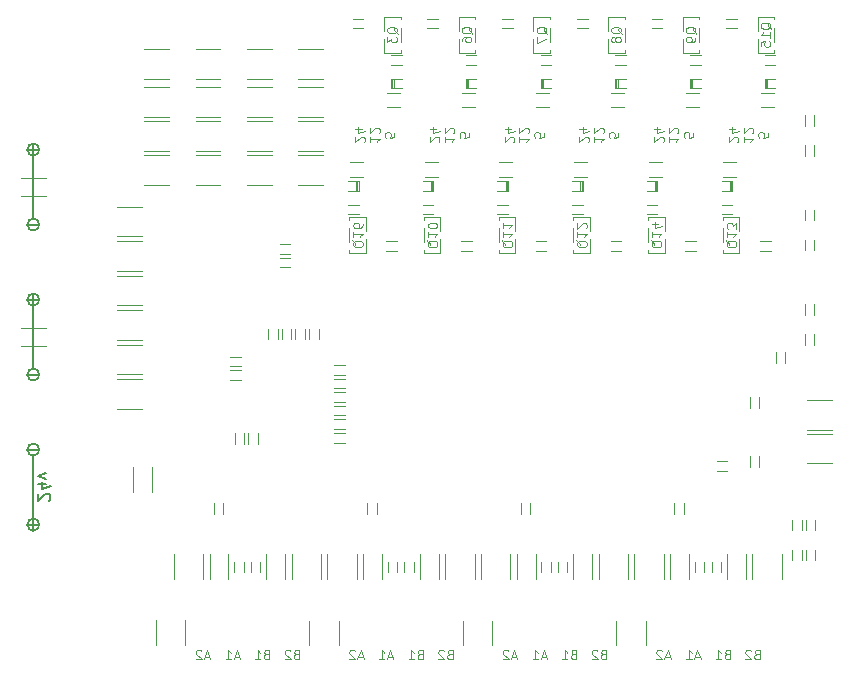
<source format=gbr>
G04 #@! TF.GenerationSoftware,KiCad,Pcbnew,5.1.2*
G04 #@! TF.CreationDate,2019-08-04T16:28:24+02:00*
G04 #@! TF.ProjectId,c3dpb,63336470-622e-46b6-9963-61645f706362,rev?*
G04 #@! TF.SameCoordinates,Original*
G04 #@! TF.FileFunction,Legend,Bot*
G04 #@! TF.FilePolarity,Positive*
%FSLAX46Y46*%
G04 Gerber Fmt 4.6, Leading zero omitted, Abs format (unit mm)*
G04 Created by KiCad (PCBNEW 5.1.2) date 2019-08-04 16:28:24*
%MOMM*%
%LPD*%
G04 APERTURE LIST*
%ADD10C,0.100000*%
%ADD11C,0.150000*%
G04 APERTURE END LIST*
D10*
X164511904Y-60959523D02*
X164550000Y-60921428D01*
X164588095Y-60845238D01*
X164588095Y-60654761D01*
X164550000Y-60578571D01*
X164511904Y-60540476D01*
X164435714Y-60502380D01*
X164359523Y-60502380D01*
X164245238Y-60540476D01*
X163788095Y-60997619D01*
X163788095Y-60502380D01*
X164321428Y-59816666D02*
X163788095Y-59816666D01*
X164626190Y-60007142D02*
X164054761Y-60197619D01*
X164054761Y-59702380D01*
X165038095Y-60502380D02*
X165038095Y-60959523D01*
X165038095Y-60730952D02*
X165838095Y-60730952D01*
X165723809Y-60807142D01*
X165647619Y-60883333D01*
X165609523Y-60959523D01*
X165761904Y-60197619D02*
X165800000Y-60159523D01*
X165838095Y-60083333D01*
X165838095Y-59892857D01*
X165800000Y-59816666D01*
X165761904Y-59778571D01*
X165685714Y-59740476D01*
X165609523Y-59740476D01*
X165495238Y-59778571D01*
X165038095Y-60235714D01*
X165038095Y-59740476D01*
X167088095Y-60159523D02*
X167088095Y-60540476D01*
X166707142Y-60578571D01*
X166745238Y-60540476D01*
X166783333Y-60464285D01*
X166783333Y-60273809D01*
X166745238Y-60197619D01*
X166707142Y-60159523D01*
X166630952Y-60121428D01*
X166440476Y-60121428D01*
X166364285Y-60159523D01*
X166326190Y-60197619D01*
X166288095Y-60273809D01*
X166288095Y-60464285D01*
X166326190Y-60540476D01*
X166364285Y-60578571D01*
X160763095Y-60159523D02*
X160763095Y-60540476D01*
X160382142Y-60578571D01*
X160420238Y-60540476D01*
X160458333Y-60464285D01*
X160458333Y-60273809D01*
X160420238Y-60197619D01*
X160382142Y-60159523D01*
X160305952Y-60121428D01*
X160115476Y-60121428D01*
X160039285Y-60159523D01*
X160001190Y-60197619D01*
X159963095Y-60273809D01*
X159963095Y-60464285D01*
X160001190Y-60540476D01*
X160039285Y-60578571D01*
X158186904Y-60959523D02*
X158225000Y-60921428D01*
X158263095Y-60845238D01*
X158263095Y-60654761D01*
X158225000Y-60578571D01*
X158186904Y-60540476D01*
X158110714Y-60502380D01*
X158034523Y-60502380D01*
X157920238Y-60540476D01*
X157463095Y-60997619D01*
X157463095Y-60502380D01*
X157996428Y-59816666D02*
X157463095Y-59816666D01*
X158301190Y-60007142D02*
X157729761Y-60197619D01*
X157729761Y-59702380D01*
X158713095Y-60502380D02*
X158713095Y-60959523D01*
X158713095Y-60730952D02*
X159513095Y-60730952D01*
X159398809Y-60807142D01*
X159322619Y-60883333D01*
X159284523Y-60959523D01*
X159436904Y-60197619D02*
X159475000Y-60159523D01*
X159513095Y-60083333D01*
X159513095Y-59892857D01*
X159475000Y-59816666D01*
X159436904Y-59778571D01*
X159360714Y-59740476D01*
X159284523Y-59740476D01*
X159170238Y-59778571D01*
X158713095Y-60235714D01*
X158713095Y-59740476D01*
X154438095Y-60159523D02*
X154438095Y-60540476D01*
X154057142Y-60578571D01*
X154095238Y-60540476D01*
X154133333Y-60464285D01*
X154133333Y-60273809D01*
X154095238Y-60197619D01*
X154057142Y-60159523D01*
X153980952Y-60121428D01*
X153790476Y-60121428D01*
X153714285Y-60159523D01*
X153676190Y-60197619D01*
X153638095Y-60273809D01*
X153638095Y-60464285D01*
X153676190Y-60540476D01*
X153714285Y-60578571D01*
X152388095Y-60502380D02*
X152388095Y-60959523D01*
X152388095Y-60730952D02*
X153188095Y-60730952D01*
X153073809Y-60807142D01*
X152997619Y-60883333D01*
X152959523Y-60959523D01*
X153111904Y-60197619D02*
X153150000Y-60159523D01*
X153188095Y-60083333D01*
X153188095Y-59892857D01*
X153150000Y-59816666D01*
X153111904Y-59778571D01*
X153035714Y-59740476D01*
X152959523Y-59740476D01*
X152845238Y-59778571D01*
X152388095Y-60235714D01*
X152388095Y-59740476D01*
X151861904Y-60959523D02*
X151900000Y-60921428D01*
X151938095Y-60845238D01*
X151938095Y-60654761D01*
X151900000Y-60578571D01*
X151861904Y-60540476D01*
X151785714Y-60502380D01*
X151709523Y-60502380D01*
X151595238Y-60540476D01*
X151138095Y-60997619D01*
X151138095Y-60502380D01*
X151671428Y-59816666D02*
X151138095Y-59816666D01*
X151976190Y-60007142D02*
X151404761Y-60197619D01*
X151404761Y-59702380D01*
X148113095Y-60159523D02*
X148113095Y-60540476D01*
X147732142Y-60578571D01*
X147770238Y-60540476D01*
X147808333Y-60464285D01*
X147808333Y-60273809D01*
X147770238Y-60197619D01*
X147732142Y-60159523D01*
X147655952Y-60121428D01*
X147465476Y-60121428D01*
X147389285Y-60159523D01*
X147351190Y-60197619D01*
X147313095Y-60273809D01*
X147313095Y-60464285D01*
X147351190Y-60540476D01*
X147389285Y-60578571D01*
X145536904Y-60959523D02*
X145575000Y-60921428D01*
X145613095Y-60845238D01*
X145613095Y-60654761D01*
X145575000Y-60578571D01*
X145536904Y-60540476D01*
X145460714Y-60502380D01*
X145384523Y-60502380D01*
X145270238Y-60540476D01*
X144813095Y-60997619D01*
X144813095Y-60502380D01*
X145346428Y-59816666D02*
X144813095Y-59816666D01*
X145651190Y-60007142D02*
X145079761Y-60197619D01*
X145079761Y-59702380D01*
X146063095Y-60502380D02*
X146063095Y-60959523D01*
X146063095Y-60730952D02*
X146863095Y-60730952D01*
X146748809Y-60807142D01*
X146672619Y-60883333D01*
X146634523Y-60959523D01*
X146786904Y-60197619D02*
X146825000Y-60159523D01*
X146863095Y-60083333D01*
X146863095Y-59892857D01*
X146825000Y-59816666D01*
X146786904Y-59778571D01*
X146710714Y-59740476D01*
X146634523Y-59740476D01*
X146520238Y-59778571D01*
X146063095Y-60235714D01*
X146063095Y-59740476D01*
X141788095Y-60159523D02*
X141788095Y-60540476D01*
X141407142Y-60578571D01*
X141445238Y-60540476D01*
X141483333Y-60464285D01*
X141483333Y-60273809D01*
X141445238Y-60197619D01*
X141407142Y-60159523D01*
X141330952Y-60121428D01*
X141140476Y-60121428D01*
X141064285Y-60159523D01*
X141026190Y-60197619D01*
X140988095Y-60273809D01*
X140988095Y-60464285D01*
X141026190Y-60540476D01*
X141064285Y-60578571D01*
X139211904Y-60959523D02*
X139250000Y-60921428D01*
X139288095Y-60845238D01*
X139288095Y-60654761D01*
X139250000Y-60578571D01*
X139211904Y-60540476D01*
X139135714Y-60502380D01*
X139059523Y-60502380D01*
X138945238Y-60540476D01*
X138488095Y-60997619D01*
X138488095Y-60502380D01*
X139021428Y-59816666D02*
X138488095Y-59816666D01*
X139326190Y-60007142D02*
X138754761Y-60197619D01*
X138754761Y-59702380D01*
X139738095Y-60502380D02*
X139738095Y-60959523D01*
X139738095Y-60730952D02*
X140538095Y-60730952D01*
X140423809Y-60807142D01*
X140347619Y-60883333D01*
X140309523Y-60959523D01*
X140461904Y-60197619D02*
X140500000Y-60159523D01*
X140538095Y-60083333D01*
X140538095Y-59892857D01*
X140500000Y-59816666D01*
X140461904Y-59778571D01*
X140385714Y-59740476D01*
X140309523Y-59740476D01*
X140195238Y-59778571D01*
X139738095Y-60235714D01*
X139738095Y-59740476D01*
X133413095Y-60502380D02*
X133413095Y-60959523D01*
X133413095Y-60730952D02*
X134213095Y-60730952D01*
X134098809Y-60807142D01*
X134022619Y-60883333D01*
X133984523Y-60959523D01*
X134136904Y-60197619D02*
X134175000Y-60159523D01*
X134213095Y-60083333D01*
X134213095Y-59892857D01*
X134175000Y-59816666D01*
X134136904Y-59778571D01*
X134060714Y-59740476D01*
X133984523Y-59740476D01*
X133870238Y-59778571D01*
X133413095Y-60235714D01*
X133413095Y-59740476D01*
X135463095Y-60159523D02*
X135463095Y-60540476D01*
X135082142Y-60578571D01*
X135120238Y-60540476D01*
X135158333Y-60464285D01*
X135158333Y-60273809D01*
X135120238Y-60197619D01*
X135082142Y-60159523D01*
X135005952Y-60121428D01*
X134815476Y-60121428D01*
X134739285Y-60159523D01*
X134701190Y-60197619D01*
X134663095Y-60273809D01*
X134663095Y-60464285D01*
X134701190Y-60540476D01*
X134739285Y-60578571D01*
X132886904Y-60959523D02*
X132925000Y-60921428D01*
X132963095Y-60845238D01*
X132963095Y-60654761D01*
X132925000Y-60578571D01*
X132886904Y-60540476D01*
X132810714Y-60502380D01*
X132734523Y-60502380D01*
X132620238Y-60540476D01*
X132163095Y-60997619D01*
X132163095Y-60502380D01*
X132696428Y-59816666D02*
X132163095Y-59816666D01*
X133001190Y-60007142D02*
X132429761Y-60197619D01*
X132429761Y-59702380D01*
X158796428Y-104527333D02*
X158415476Y-104527333D01*
X158872619Y-104755904D02*
X158605952Y-103955904D01*
X158339285Y-104755904D01*
X158110714Y-104032095D02*
X158072619Y-103994000D01*
X157996428Y-103955904D01*
X157805952Y-103955904D01*
X157729761Y-103994000D01*
X157691666Y-104032095D01*
X157653571Y-104108285D01*
X157653571Y-104184476D01*
X157691666Y-104298761D01*
X158148809Y-104755904D01*
X157653571Y-104755904D01*
X163623809Y-104336857D02*
X163509523Y-104374952D01*
X163471428Y-104413047D01*
X163433333Y-104489238D01*
X163433333Y-104603523D01*
X163471428Y-104679714D01*
X163509523Y-104717809D01*
X163585714Y-104755904D01*
X163890476Y-104755904D01*
X163890476Y-103955904D01*
X163623809Y-103955904D01*
X163547619Y-103994000D01*
X163509523Y-104032095D01*
X163471428Y-104108285D01*
X163471428Y-104184476D01*
X163509523Y-104260666D01*
X163547619Y-104298761D01*
X163623809Y-104336857D01*
X163890476Y-104336857D01*
X162671428Y-104755904D02*
X163128571Y-104755904D01*
X162900000Y-104755904D02*
X162900000Y-103955904D01*
X162976190Y-104070190D01*
X163052380Y-104146380D01*
X163128571Y-104184476D01*
X166148809Y-104336857D02*
X166034523Y-104374952D01*
X165996428Y-104413047D01*
X165958333Y-104489238D01*
X165958333Y-104603523D01*
X165996428Y-104679714D01*
X166034523Y-104717809D01*
X166110714Y-104755904D01*
X166415476Y-104755904D01*
X166415476Y-103955904D01*
X166148809Y-103955904D01*
X166072619Y-103994000D01*
X166034523Y-104032095D01*
X165996428Y-104108285D01*
X165996428Y-104184476D01*
X166034523Y-104260666D01*
X166072619Y-104298761D01*
X166148809Y-104336857D01*
X166415476Y-104336857D01*
X165653571Y-104032095D02*
X165615476Y-103994000D01*
X165539285Y-103955904D01*
X165348809Y-103955904D01*
X165272619Y-103994000D01*
X165234523Y-104032095D01*
X165196428Y-104108285D01*
X165196428Y-104184476D01*
X165234523Y-104298761D01*
X165691666Y-104755904D01*
X165196428Y-104755904D01*
X161321428Y-104527333D02*
X160940476Y-104527333D01*
X161397619Y-104755904D02*
X161130952Y-103955904D01*
X160864285Y-104755904D01*
X160178571Y-104755904D02*
X160635714Y-104755904D01*
X160407142Y-104755904D02*
X160407142Y-103955904D01*
X160483333Y-104070190D01*
X160559523Y-104146380D01*
X160635714Y-104184476D01*
X153148809Y-104336857D02*
X153034523Y-104374952D01*
X152996428Y-104413047D01*
X152958333Y-104489238D01*
X152958333Y-104603523D01*
X152996428Y-104679714D01*
X153034523Y-104717809D01*
X153110714Y-104755904D01*
X153415476Y-104755904D01*
X153415476Y-103955904D01*
X153148809Y-103955904D01*
X153072619Y-103994000D01*
X153034523Y-104032095D01*
X152996428Y-104108285D01*
X152996428Y-104184476D01*
X153034523Y-104260666D01*
X153072619Y-104298761D01*
X153148809Y-104336857D01*
X153415476Y-104336857D01*
X152653571Y-104032095D02*
X152615476Y-103994000D01*
X152539285Y-103955904D01*
X152348809Y-103955904D01*
X152272619Y-103994000D01*
X152234523Y-104032095D01*
X152196428Y-104108285D01*
X152196428Y-104184476D01*
X152234523Y-104298761D01*
X152691666Y-104755904D01*
X152196428Y-104755904D01*
X145796428Y-104527333D02*
X145415476Y-104527333D01*
X145872619Y-104755904D02*
X145605952Y-103955904D01*
X145339285Y-104755904D01*
X145110714Y-104032095D02*
X145072619Y-103994000D01*
X144996428Y-103955904D01*
X144805952Y-103955904D01*
X144729761Y-103994000D01*
X144691666Y-104032095D01*
X144653571Y-104108285D01*
X144653571Y-104184476D01*
X144691666Y-104298761D01*
X145148809Y-104755904D01*
X144653571Y-104755904D01*
X150623809Y-104336857D02*
X150509523Y-104374952D01*
X150471428Y-104413047D01*
X150433333Y-104489238D01*
X150433333Y-104603523D01*
X150471428Y-104679714D01*
X150509523Y-104717809D01*
X150585714Y-104755904D01*
X150890476Y-104755904D01*
X150890476Y-103955904D01*
X150623809Y-103955904D01*
X150547619Y-103994000D01*
X150509523Y-104032095D01*
X150471428Y-104108285D01*
X150471428Y-104184476D01*
X150509523Y-104260666D01*
X150547619Y-104298761D01*
X150623809Y-104336857D01*
X150890476Y-104336857D01*
X149671428Y-104755904D02*
X150128571Y-104755904D01*
X149900000Y-104755904D02*
X149900000Y-103955904D01*
X149976190Y-104070190D01*
X150052380Y-104146380D01*
X150128571Y-104184476D01*
X148321428Y-104527333D02*
X147940476Y-104527333D01*
X148397619Y-104755904D02*
X148130952Y-103955904D01*
X147864285Y-104755904D01*
X147178571Y-104755904D02*
X147635714Y-104755904D01*
X147407142Y-104755904D02*
X147407142Y-103955904D01*
X147483333Y-104070190D01*
X147559523Y-104146380D01*
X147635714Y-104184476D01*
X132796428Y-104527333D02*
X132415476Y-104527333D01*
X132872619Y-104755904D02*
X132605952Y-103955904D01*
X132339285Y-104755904D01*
X132110714Y-104032095D02*
X132072619Y-103994000D01*
X131996428Y-103955904D01*
X131805952Y-103955904D01*
X131729761Y-103994000D01*
X131691666Y-104032095D01*
X131653571Y-104108285D01*
X131653571Y-104184476D01*
X131691666Y-104298761D01*
X132148809Y-104755904D01*
X131653571Y-104755904D01*
X135321428Y-104527333D02*
X134940476Y-104527333D01*
X135397619Y-104755904D02*
X135130952Y-103955904D01*
X134864285Y-104755904D01*
X134178571Y-104755904D02*
X134635714Y-104755904D01*
X134407142Y-104755904D02*
X134407142Y-103955904D01*
X134483333Y-104070190D01*
X134559523Y-104146380D01*
X134635714Y-104184476D01*
X137623809Y-104336857D02*
X137509523Y-104374952D01*
X137471428Y-104413047D01*
X137433333Y-104489238D01*
X137433333Y-104603523D01*
X137471428Y-104679714D01*
X137509523Y-104717809D01*
X137585714Y-104755904D01*
X137890476Y-104755904D01*
X137890476Y-103955904D01*
X137623809Y-103955904D01*
X137547619Y-103994000D01*
X137509523Y-104032095D01*
X137471428Y-104108285D01*
X137471428Y-104184476D01*
X137509523Y-104260666D01*
X137547619Y-104298761D01*
X137623809Y-104336857D01*
X137890476Y-104336857D01*
X136671428Y-104755904D02*
X137128571Y-104755904D01*
X136900000Y-104755904D02*
X136900000Y-103955904D01*
X136976190Y-104070190D01*
X137052380Y-104146380D01*
X137128571Y-104184476D01*
X140148809Y-104336857D02*
X140034523Y-104374952D01*
X139996428Y-104413047D01*
X139958333Y-104489238D01*
X139958333Y-104603523D01*
X139996428Y-104679714D01*
X140034523Y-104717809D01*
X140110714Y-104755904D01*
X140415476Y-104755904D01*
X140415476Y-103955904D01*
X140148809Y-103955904D01*
X140072619Y-103994000D01*
X140034523Y-104032095D01*
X139996428Y-104108285D01*
X139996428Y-104184476D01*
X140034523Y-104260666D01*
X140072619Y-104298761D01*
X140148809Y-104336857D01*
X140415476Y-104336857D01*
X139653571Y-104032095D02*
X139615476Y-103994000D01*
X139539285Y-103955904D01*
X139348809Y-103955904D01*
X139272619Y-103994000D01*
X139234523Y-104032095D01*
X139196428Y-104108285D01*
X139196428Y-104184476D01*
X139234523Y-104298761D01*
X139691666Y-104755904D01*
X139196428Y-104755904D01*
X127148809Y-104336857D02*
X127034523Y-104374952D01*
X126996428Y-104413047D01*
X126958333Y-104489238D01*
X126958333Y-104603523D01*
X126996428Y-104679714D01*
X127034523Y-104717809D01*
X127110714Y-104755904D01*
X127415476Y-104755904D01*
X127415476Y-103955904D01*
X127148809Y-103955904D01*
X127072619Y-103994000D01*
X127034523Y-104032095D01*
X126996428Y-104108285D01*
X126996428Y-104184476D01*
X127034523Y-104260666D01*
X127072619Y-104298761D01*
X127148809Y-104336857D01*
X127415476Y-104336857D01*
X126653571Y-104032095D02*
X126615476Y-103994000D01*
X126539285Y-103955904D01*
X126348809Y-103955904D01*
X126272619Y-103994000D01*
X126234523Y-104032095D01*
X126196428Y-104108285D01*
X126196428Y-104184476D01*
X126234523Y-104298761D01*
X126691666Y-104755904D01*
X126196428Y-104755904D01*
X124623809Y-104336857D02*
X124509523Y-104374952D01*
X124471428Y-104413047D01*
X124433333Y-104489238D01*
X124433333Y-104603523D01*
X124471428Y-104679714D01*
X124509523Y-104717809D01*
X124585714Y-104755904D01*
X124890476Y-104755904D01*
X124890476Y-103955904D01*
X124623809Y-103955904D01*
X124547619Y-103994000D01*
X124509523Y-104032095D01*
X124471428Y-104108285D01*
X124471428Y-104184476D01*
X124509523Y-104260666D01*
X124547619Y-104298761D01*
X124623809Y-104336857D01*
X124890476Y-104336857D01*
X123671428Y-104755904D02*
X124128571Y-104755904D01*
X123900000Y-104755904D02*
X123900000Y-103955904D01*
X123976190Y-104070190D01*
X124052380Y-104146380D01*
X124128571Y-104184476D01*
X122321428Y-104527333D02*
X121940476Y-104527333D01*
X122397619Y-104755904D02*
X122130952Y-103955904D01*
X121864285Y-104755904D01*
X121178571Y-104755904D02*
X121635714Y-104755904D01*
X121407142Y-104755904D02*
X121407142Y-103955904D01*
X121483333Y-104070190D01*
X121559523Y-104146380D01*
X121635714Y-104184476D01*
X119796428Y-104527333D02*
X119415476Y-104527333D01*
X119872619Y-104755904D02*
X119605952Y-103955904D01*
X119339285Y-104755904D01*
X119110714Y-104032095D02*
X119072619Y-103994000D01*
X118996428Y-103955904D01*
X118805952Y-103955904D01*
X118729761Y-103994000D01*
X118691666Y-104032095D01*
X118653571Y-104108285D01*
X118653571Y-104184476D01*
X118691666Y-104298761D01*
X119148809Y-104755904D01*
X118653571Y-104755904D01*
D11*
X106243380Y-91312857D02*
X106291000Y-91265238D01*
X106338619Y-91170000D01*
X106338619Y-90931904D01*
X106291000Y-90836666D01*
X106243380Y-90789047D01*
X106148142Y-90741428D01*
X106052904Y-90741428D01*
X105910047Y-90789047D01*
X105338619Y-91360476D01*
X105338619Y-90741428D01*
X106005285Y-89884285D02*
X105338619Y-89884285D01*
X106386238Y-90122380D02*
X105671952Y-90360476D01*
X105671952Y-89741428D01*
X106005285Y-89455714D02*
X105338619Y-89217619D01*
X106005285Y-88979523D01*
X104902000Y-92837000D02*
X104902000Y-93853000D01*
X105410000Y-86995000D02*
X104394000Y-86995000D01*
X105410000Y-93345000D02*
X104394000Y-93345000D01*
X104902000Y-92837000D02*
X104902000Y-87503000D01*
X105410000Y-86995000D02*
G75*
G03X105410000Y-86995000I-508000J0D01*
G01*
X104394000Y-86995000D02*
X104902000Y-86995000D01*
X105410000Y-93345000D02*
G75*
G03X105410000Y-93345000I-508000J0D01*
G01*
X104902000Y-61087000D02*
X104902000Y-62103000D01*
X105410000Y-67945000D02*
X104394000Y-67945000D01*
X104902000Y-67437000D02*
X104902000Y-62103000D01*
X105410000Y-61595000D02*
G75*
G03X105410000Y-61595000I-508000J0D01*
G01*
X104902000Y-61595000D02*
X104902000Y-61087000D01*
X104394000Y-61595000D02*
X104902000Y-61595000D01*
X105410000Y-67945000D02*
G75*
G03X105410000Y-67945000I-508000J0D01*
G01*
X105410000Y-61595000D02*
X104394000Y-61595000D01*
X104902000Y-80137000D02*
X104902000Y-74803000D01*
X105410000Y-80645000D02*
G75*
G03X105410000Y-80645000I-508000J0D01*
G01*
X105410000Y-74295000D02*
G75*
G03X105410000Y-74295000I-508000J0D01*
G01*
X104902000Y-73787000D02*
X104902000Y-74803000D01*
X104902000Y-74295000D02*
X104902000Y-73787000D01*
X104394000Y-74295000D02*
X104902000Y-74295000D01*
X105410000Y-74295000D02*
X104394000Y-74295000D01*
X105410000Y-80645000D02*
X104394000Y-80645000D01*
D10*
X168575000Y-79675000D02*
X168575000Y-78775000D01*
X167775000Y-78775000D02*
X167775000Y-79675000D01*
X172525000Y-82825000D02*
X170425000Y-82825000D01*
X170425000Y-85325000D02*
X172525000Y-85325000D01*
X172525000Y-85675000D02*
X170425000Y-85675000D01*
X170425000Y-88175000D02*
X172525000Y-88175000D01*
X126750000Y-77650000D02*
X126750000Y-76750000D01*
X125950000Y-76750000D02*
X125950000Y-77650000D01*
X127900000Y-77650000D02*
X127900000Y-76750000D01*
X127100000Y-76750000D02*
X127100000Y-77650000D01*
X129050000Y-77650000D02*
X129050000Y-76750000D01*
X128250000Y-76750000D02*
X128250000Y-77650000D01*
X125600000Y-77650000D02*
X125600000Y-76750000D01*
X124800000Y-76750000D02*
X124800000Y-77650000D01*
X130400000Y-84100000D02*
X131300000Y-84100000D01*
X131300000Y-83300000D02*
X130400000Y-83300000D01*
X130400000Y-82950000D02*
X131300000Y-82950000D01*
X131300000Y-82150000D02*
X130400000Y-82150000D01*
X159175000Y-91525000D02*
X159175000Y-92425000D01*
X159975000Y-92425000D02*
X159975000Y-91525000D01*
X146175000Y-91525000D02*
X146175000Y-92425000D01*
X146975000Y-92425000D02*
X146975000Y-91525000D01*
X133175000Y-91525000D02*
X133175000Y-92425000D01*
X133975000Y-92425000D02*
X133975000Y-91525000D01*
X120175000Y-91525000D02*
X120175000Y-92425000D01*
X120975000Y-92425000D02*
X120975000Y-91525000D01*
X114080000Y-69362000D02*
X111980000Y-69362000D01*
X111980000Y-71862000D02*
X114080000Y-71862000D01*
X114080000Y-72283000D02*
X111980000Y-72283000D01*
X111980000Y-74783000D02*
X114080000Y-74783000D01*
X131550000Y-67075000D02*
X132450000Y-67075000D01*
X132450000Y-66275000D02*
X131550000Y-66275000D01*
X135700000Y-69375000D02*
X134800000Y-69375000D01*
X134800000Y-70175000D02*
X135700000Y-70175000D01*
X167725000Y-53625000D02*
X166825000Y-53625000D01*
X166825000Y-54425000D02*
X167725000Y-54425000D01*
X163575000Y-51325000D02*
X164475000Y-51325000D01*
X164475000Y-50525000D02*
X163575000Y-50525000D01*
X131650000Y-70125000D02*
X131650000Y-70345000D01*
X133050000Y-68475000D02*
X133050000Y-67305000D01*
X131650000Y-69425000D02*
X131650000Y-68225000D01*
X131650000Y-67305000D02*
X133050000Y-67305000D01*
X133050000Y-70345000D02*
X133050000Y-69175000D01*
X131650000Y-70345000D02*
X133050000Y-70345000D01*
X131650000Y-67525000D02*
X131650000Y-67325000D01*
X167625000Y-50575000D02*
X167625000Y-50355000D01*
X166225000Y-52225000D02*
X166225000Y-53395000D01*
X167625000Y-51275000D02*
X167625000Y-52475000D01*
X167625000Y-53395000D02*
X166225000Y-53395000D01*
X166225000Y-50355000D02*
X166225000Y-51525000D01*
X167625000Y-50355000D02*
X166225000Y-50355000D01*
X167625000Y-53175000D02*
X167625000Y-53375000D01*
X132450000Y-64275000D02*
X131550000Y-64275000D01*
X131550000Y-65075000D02*
X132450000Y-65075000D01*
X132450000Y-64275000D02*
X132450000Y-65075000D01*
X132350000Y-64275000D02*
X132350000Y-65075000D01*
X132250000Y-64275000D02*
X132250000Y-65075000D01*
X166825000Y-56425000D02*
X167725000Y-56425000D01*
X167725000Y-55625000D02*
X166825000Y-55625000D01*
X166825000Y-56425000D02*
X166825000Y-55625000D01*
X166925000Y-56425000D02*
X166925000Y-55625000D01*
X167025000Y-56425000D02*
X167025000Y-55625000D01*
X132800000Y-62675000D02*
X131700000Y-62675000D01*
X131700000Y-63925000D02*
X132800000Y-63925000D01*
X166475000Y-58025000D02*
X167575000Y-58025000D01*
X167575000Y-56775000D02*
X166475000Y-56775000D01*
X156850000Y-67075000D02*
X157750000Y-67075000D01*
X157750000Y-66275000D02*
X156850000Y-66275000D01*
X161000000Y-69375000D02*
X160100000Y-69375000D01*
X160100000Y-70175000D02*
X161000000Y-70175000D01*
X163175000Y-67075000D02*
X164075000Y-67075000D01*
X164075000Y-66275000D02*
X163175000Y-66275000D01*
X167325000Y-69375000D02*
X166425000Y-69375000D01*
X166425000Y-70175000D02*
X167325000Y-70175000D01*
X150525000Y-67075000D02*
X151425000Y-67075000D01*
X151425000Y-66275000D02*
X150525000Y-66275000D01*
X154675000Y-69375000D02*
X153775000Y-69375000D01*
X153775000Y-70175000D02*
X154675000Y-70175000D01*
X144200000Y-67075000D02*
X145100000Y-67075000D01*
X145100000Y-66275000D02*
X144200000Y-66275000D01*
X148350000Y-69375000D02*
X147450000Y-69375000D01*
X147450000Y-70175000D02*
X148350000Y-70175000D01*
X137875000Y-67075000D02*
X138775000Y-67075000D01*
X138775000Y-66275000D02*
X137875000Y-66275000D01*
X142025000Y-69375000D02*
X141125000Y-69375000D01*
X141125000Y-70175000D02*
X142025000Y-70175000D01*
X161400000Y-53625000D02*
X160500000Y-53625000D01*
X160500000Y-54425000D02*
X161400000Y-54425000D01*
X157250000Y-51325000D02*
X158150000Y-51325000D01*
X158150000Y-50525000D02*
X157250000Y-50525000D01*
X155075000Y-53625000D02*
X154175000Y-53625000D01*
X154175000Y-54425000D02*
X155075000Y-54425000D01*
X150925000Y-51325000D02*
X151825000Y-51325000D01*
X151825000Y-50525000D02*
X150925000Y-50525000D01*
X148750000Y-53625000D02*
X147850000Y-53625000D01*
X147850000Y-54425000D02*
X148750000Y-54425000D01*
X144600000Y-51325000D02*
X145500000Y-51325000D01*
X145500000Y-50525000D02*
X144600000Y-50525000D01*
X142425000Y-53625000D02*
X141525000Y-53625000D01*
X141525000Y-54425000D02*
X142425000Y-54425000D01*
X138275000Y-51325000D02*
X139175000Y-51325000D01*
X139175000Y-50525000D02*
X138275000Y-50525000D01*
X136100000Y-53625000D02*
X135200000Y-53625000D01*
X135200000Y-54425000D02*
X136100000Y-54425000D01*
X131950000Y-51325000D02*
X132850000Y-51325000D01*
X132850000Y-50525000D02*
X131950000Y-50525000D01*
X156950000Y-70125000D02*
X156950000Y-70345000D01*
X158350000Y-68475000D02*
X158350000Y-67305000D01*
X156950000Y-69425000D02*
X156950000Y-68225000D01*
X156950000Y-67305000D02*
X158350000Y-67305000D01*
X158350000Y-70345000D02*
X158350000Y-69175000D01*
X156950000Y-70345000D02*
X158350000Y-70345000D01*
X156950000Y-67525000D02*
X156950000Y-67325000D01*
X163275000Y-70125000D02*
X163275000Y-70345000D01*
X164675000Y-68475000D02*
X164675000Y-67305000D01*
X163275000Y-69425000D02*
X163275000Y-68225000D01*
X163275000Y-67305000D02*
X164675000Y-67305000D01*
X164675000Y-70345000D02*
X164675000Y-69175000D01*
X163275000Y-70345000D02*
X164675000Y-70345000D01*
X163275000Y-67525000D02*
X163275000Y-67325000D01*
X150625000Y-70125000D02*
X150625000Y-70345000D01*
X152025000Y-68475000D02*
X152025000Y-67305000D01*
X150625000Y-69425000D02*
X150625000Y-68225000D01*
X150625000Y-67305000D02*
X152025000Y-67305000D01*
X152025000Y-70345000D02*
X152025000Y-69175000D01*
X150625000Y-70345000D02*
X152025000Y-70345000D01*
X150625000Y-67525000D02*
X150625000Y-67325000D01*
X144300000Y-70125000D02*
X144300000Y-70345000D01*
X145700000Y-68475000D02*
X145700000Y-67305000D01*
X144300000Y-69425000D02*
X144300000Y-68225000D01*
X144300000Y-67305000D02*
X145700000Y-67305000D01*
X145700000Y-70345000D02*
X145700000Y-69175000D01*
X144300000Y-70345000D02*
X145700000Y-70345000D01*
X144300000Y-67525000D02*
X144300000Y-67325000D01*
X137975000Y-70125000D02*
X137975000Y-70345000D01*
X139375000Y-68475000D02*
X139375000Y-67305000D01*
X137975000Y-69425000D02*
X137975000Y-68225000D01*
X137975000Y-67305000D02*
X139375000Y-67305000D01*
X139375000Y-70345000D02*
X139375000Y-69175000D01*
X137975000Y-70345000D02*
X139375000Y-70345000D01*
X137975000Y-67525000D02*
X137975000Y-67325000D01*
X161300000Y-50575000D02*
X161300000Y-50355000D01*
X159900000Y-52225000D02*
X159900000Y-53395000D01*
X161300000Y-51275000D02*
X161300000Y-52475000D01*
X161300000Y-53395000D02*
X159900000Y-53395000D01*
X159900000Y-50355000D02*
X159900000Y-51525000D01*
X161300000Y-50355000D02*
X159900000Y-50355000D01*
X161300000Y-53175000D02*
X161300000Y-53375000D01*
X154975000Y-50575000D02*
X154975000Y-50355000D01*
X153575000Y-52225000D02*
X153575000Y-53395000D01*
X154975000Y-51275000D02*
X154975000Y-52475000D01*
X154975000Y-53395000D02*
X153575000Y-53395000D01*
X153575000Y-50355000D02*
X153575000Y-51525000D01*
X154975000Y-50355000D02*
X153575000Y-50355000D01*
X154975000Y-53175000D02*
X154975000Y-53375000D01*
X148650000Y-50575000D02*
X148650000Y-50355000D01*
X147250000Y-52225000D02*
X147250000Y-53395000D01*
X148650000Y-51275000D02*
X148650000Y-52475000D01*
X148650000Y-53395000D02*
X147250000Y-53395000D01*
X147250000Y-50355000D02*
X147250000Y-51525000D01*
X148650000Y-50355000D02*
X147250000Y-50355000D01*
X148650000Y-53175000D02*
X148650000Y-53375000D01*
X142325000Y-50575000D02*
X142325000Y-50355000D01*
X140925000Y-52225000D02*
X140925000Y-53395000D01*
X142325000Y-51275000D02*
X142325000Y-52475000D01*
X142325000Y-53395000D02*
X140925000Y-53395000D01*
X140925000Y-50355000D02*
X140925000Y-51525000D01*
X142325000Y-50355000D02*
X140925000Y-50355000D01*
X142325000Y-53175000D02*
X142325000Y-53375000D01*
X136000000Y-50575000D02*
X136000000Y-50355000D01*
X134600000Y-52225000D02*
X134600000Y-53395000D01*
X136000000Y-51275000D02*
X136000000Y-52475000D01*
X136000000Y-53395000D02*
X134600000Y-53395000D01*
X134600000Y-50355000D02*
X134600000Y-51525000D01*
X136000000Y-50355000D02*
X134600000Y-50355000D01*
X136000000Y-53175000D02*
X136000000Y-53375000D01*
X103852000Y-65570000D02*
X105952000Y-65570000D01*
X105952000Y-63970000D02*
X103852000Y-63970000D01*
X103852000Y-78270000D02*
X105952000Y-78270000D01*
X105952000Y-76670000D02*
X103852000Y-76670000D01*
X157750000Y-64275000D02*
X156850000Y-64275000D01*
X156850000Y-65075000D02*
X157750000Y-65075000D01*
X157750000Y-64275000D02*
X157750000Y-65075000D01*
X157650000Y-64275000D02*
X157650000Y-65075000D01*
X157550000Y-64275000D02*
X157550000Y-65075000D01*
X164075000Y-64275000D02*
X163175000Y-64275000D01*
X163175000Y-65075000D02*
X164075000Y-65075000D01*
X164075000Y-64275000D02*
X164075000Y-65075000D01*
X163975000Y-64275000D02*
X163975000Y-65075000D01*
X163875000Y-64275000D02*
X163875000Y-65075000D01*
X151425000Y-64275000D02*
X150525000Y-64275000D01*
X150525000Y-65075000D02*
X151425000Y-65075000D01*
X151425000Y-64275000D02*
X151425000Y-65075000D01*
X151325000Y-64275000D02*
X151325000Y-65075000D01*
X151225000Y-64275000D02*
X151225000Y-65075000D01*
X145100000Y-64275000D02*
X144200000Y-64275000D01*
X144200000Y-65075000D02*
X145100000Y-65075000D01*
X145100000Y-64275000D02*
X145100000Y-65075000D01*
X145000000Y-64275000D02*
X145000000Y-65075000D01*
X144900000Y-64275000D02*
X144900000Y-65075000D01*
X138775000Y-64275000D02*
X137875000Y-64275000D01*
X137875000Y-65075000D02*
X138775000Y-65075000D01*
X138775000Y-64275000D02*
X138775000Y-65075000D01*
X138675000Y-64275000D02*
X138675000Y-65075000D01*
X138575000Y-64275000D02*
X138575000Y-65075000D01*
X160500000Y-56425000D02*
X161400000Y-56425000D01*
X161400000Y-55625000D02*
X160500000Y-55625000D01*
X160500000Y-56425000D02*
X160500000Y-55625000D01*
X160600000Y-56425000D02*
X160600000Y-55625000D01*
X160700000Y-56425000D02*
X160700000Y-55625000D01*
X154175000Y-56425000D02*
X155075000Y-56425000D01*
X155075000Y-55625000D02*
X154175000Y-55625000D01*
X154175000Y-56425000D02*
X154175000Y-55625000D01*
X154275000Y-56425000D02*
X154275000Y-55625000D01*
X154375000Y-56425000D02*
X154375000Y-55625000D01*
X147850000Y-56425000D02*
X148750000Y-56425000D01*
X148750000Y-55625000D02*
X147850000Y-55625000D01*
X147850000Y-56425000D02*
X147850000Y-55625000D01*
X147950000Y-56425000D02*
X147950000Y-55625000D01*
X148050000Y-56425000D02*
X148050000Y-55625000D01*
X141525000Y-56425000D02*
X142425000Y-56425000D01*
X142425000Y-55625000D02*
X141525000Y-55625000D01*
X141525000Y-56425000D02*
X141525000Y-55625000D01*
X141625000Y-56425000D02*
X141625000Y-55625000D01*
X141725000Y-56425000D02*
X141725000Y-55625000D01*
X135200000Y-56425000D02*
X136100000Y-56425000D01*
X136100000Y-55625000D02*
X135200000Y-55625000D01*
X135200000Y-56425000D02*
X135200000Y-55625000D01*
X135300000Y-56425000D02*
X135300000Y-55625000D01*
X135400000Y-56425000D02*
X135400000Y-55625000D01*
X158100000Y-62675000D02*
X157000000Y-62675000D01*
X157000000Y-63925000D02*
X158100000Y-63925000D01*
X164425000Y-62675000D02*
X163325000Y-62675000D01*
X163325000Y-63925000D02*
X164425000Y-63925000D01*
X151775000Y-62675000D02*
X150675000Y-62675000D01*
X150675000Y-63925000D02*
X151775000Y-63925000D01*
X145450000Y-62675000D02*
X144350000Y-62675000D01*
X144350000Y-63925000D02*
X145450000Y-63925000D01*
X139125000Y-62675000D02*
X138025000Y-62675000D01*
X138025000Y-63925000D02*
X139125000Y-63925000D01*
X160150000Y-58025000D02*
X161250000Y-58025000D01*
X161250000Y-56775000D02*
X160150000Y-56775000D01*
X153825000Y-58025000D02*
X154925000Y-58025000D01*
X154925000Y-56775000D02*
X153825000Y-56775000D01*
X147500000Y-58025000D02*
X148600000Y-58025000D01*
X148600000Y-56775000D02*
X147500000Y-56775000D01*
X141175000Y-58025000D02*
X142275000Y-58025000D01*
X142275000Y-56775000D02*
X141175000Y-56775000D01*
X114080000Y-78125000D02*
X111980000Y-78125000D01*
X111980000Y-80625000D02*
X114080000Y-80625000D01*
X134850000Y-58025000D02*
X135950000Y-58025000D01*
X135950000Y-56775000D02*
X134850000Y-56775000D01*
X114080000Y-75204000D02*
X111980000Y-75204000D01*
X111980000Y-77704000D02*
X114080000Y-77704000D01*
X114080000Y-81046000D02*
X111980000Y-81046000D01*
X111980000Y-83546000D02*
X114080000Y-83546000D01*
X114080000Y-66441000D02*
X111980000Y-66441000D01*
X111980000Y-68941000D02*
X114080000Y-68941000D01*
X113375000Y-88450000D02*
X113375000Y-90550000D01*
X114975000Y-90550000D02*
X114975000Y-88450000D01*
X152775000Y-95875000D02*
X152775000Y-97975000D01*
X155275000Y-97975000D02*
X155275000Y-95875000D01*
X145825000Y-95875000D02*
X145825000Y-97975000D01*
X147425000Y-97975000D02*
X147425000Y-95875000D01*
X150625000Y-95875000D02*
X150625000Y-97975000D01*
X152225000Y-97975000D02*
X152225000Y-95875000D01*
X132825000Y-95875000D02*
X132825000Y-97975000D01*
X134425000Y-97975000D02*
X134425000Y-95875000D01*
X137625000Y-95875000D02*
X137625000Y-97975000D01*
X139225000Y-97975000D02*
X139225000Y-95875000D01*
X119825000Y-95875000D02*
X119825000Y-97975000D01*
X121425000Y-97975000D02*
X121425000Y-95875000D01*
X124625000Y-95875000D02*
X124625000Y-97975000D01*
X126225000Y-97975000D02*
X126225000Y-95875000D01*
X143775000Y-103575000D02*
X143775000Y-101475000D01*
X141275000Y-101475000D02*
X141275000Y-103575000D01*
X130775000Y-103575000D02*
X130775000Y-101475000D01*
X128275000Y-101475000D02*
X128275000Y-103575000D01*
X117775000Y-103525000D02*
X117775000Y-101425000D01*
X115275000Y-101425000D02*
X115275000Y-103525000D01*
X149325000Y-96475000D02*
X149325000Y-97375000D01*
X150125000Y-97375000D02*
X150125000Y-96475000D01*
X147925000Y-96475000D02*
X147925000Y-97375000D01*
X148725000Y-97375000D02*
X148725000Y-96475000D01*
X142775000Y-95875000D02*
X142775000Y-97975000D01*
X145275000Y-97975000D02*
X145275000Y-95875000D01*
X136325000Y-96475000D02*
X136325000Y-97375000D01*
X137125000Y-97375000D02*
X137125000Y-96475000D01*
X134925000Y-96475000D02*
X134925000Y-97375000D01*
X135725000Y-97375000D02*
X135725000Y-96475000D01*
X129775000Y-95875000D02*
X129775000Y-97975000D01*
X132275000Y-97975000D02*
X132275000Y-95875000D01*
X139775000Y-95875000D02*
X139775000Y-97975000D01*
X142275000Y-97975000D02*
X142275000Y-95875000D01*
X123325000Y-96475000D02*
X123325000Y-97375000D01*
X124125000Y-97375000D02*
X124125000Y-96475000D01*
X121925000Y-96475000D02*
X121925000Y-97375000D01*
X122725000Y-97375000D02*
X122725000Y-96475000D01*
X116775000Y-95875000D02*
X116775000Y-97975000D01*
X119275000Y-97975000D02*
X119275000Y-95875000D01*
X126775000Y-95875000D02*
X126775000Y-97975000D01*
X129275000Y-97975000D02*
X129275000Y-95875000D01*
X156775000Y-103575000D02*
X156775000Y-101475000D01*
X154275000Y-101475000D02*
X154275000Y-103575000D01*
X169150000Y-95475000D02*
X169150000Y-96375000D01*
X169950000Y-96375000D02*
X169950000Y-95475000D01*
X165550000Y-87550000D02*
X165550000Y-88450000D01*
X166350000Y-88450000D02*
X166350000Y-87550000D01*
X165550000Y-82550000D02*
X165550000Y-83450000D01*
X166350000Y-83450000D02*
X166350000Y-82550000D01*
X171100000Y-96375000D02*
X171100000Y-95475000D01*
X170300000Y-95475000D02*
X170300000Y-96375000D01*
X171100000Y-93825000D02*
X171100000Y-92925000D01*
X170300000Y-92925000D02*
X170300000Y-93825000D01*
X169950000Y-93825000D02*
X169950000Y-92925000D01*
X169150000Y-92925000D02*
X169150000Y-93825000D01*
X162750000Y-88775000D02*
X163650000Y-88775000D01*
X163650000Y-87975000D02*
X162750000Y-87975000D01*
X125100000Y-53100000D02*
X123000000Y-53100000D01*
X123000000Y-55600000D02*
X125100000Y-55600000D01*
X125750000Y-70425000D02*
X126650000Y-70425000D01*
X126650000Y-69625000D02*
X125750000Y-69625000D01*
X125750000Y-71575000D02*
X126650000Y-71575000D01*
X126650000Y-70775000D02*
X125750000Y-70775000D01*
X130400000Y-86400000D02*
X131300000Y-86400000D01*
X131300000Y-85600000D02*
X130400000Y-85600000D01*
X121950000Y-85600000D02*
X121950000Y-86500000D01*
X122750000Y-86500000D02*
X122750000Y-85600000D01*
X130400000Y-85250000D02*
X131300000Y-85250000D01*
X131300000Y-84450000D02*
X130400000Y-84450000D01*
X122450000Y-80300000D02*
X121550000Y-80300000D01*
X121550000Y-81100000D02*
X122450000Y-81100000D01*
X123100000Y-85600000D02*
X123100000Y-86500000D01*
X123900000Y-86500000D02*
X123900000Y-85600000D01*
X130400000Y-81800000D02*
X131300000Y-81800000D01*
X131300000Y-81000000D02*
X130400000Y-81000000D01*
X122450000Y-79150000D02*
X121550000Y-79150000D01*
X121550000Y-79950000D02*
X122450000Y-79950000D01*
X130400000Y-80650000D02*
X131300000Y-80650000D01*
X131300000Y-79850000D02*
X130400000Y-79850000D01*
X158825000Y-95875000D02*
X158825000Y-97975000D01*
X160425000Y-97975000D02*
X160425000Y-95875000D01*
X163625000Y-95875000D02*
X163625000Y-97975000D01*
X165225000Y-97975000D02*
X165225000Y-95875000D01*
X162325000Y-96475000D02*
X162325000Y-97375000D01*
X163125000Y-97375000D02*
X163125000Y-96475000D01*
X160925000Y-96475000D02*
X160925000Y-97375000D01*
X161725000Y-97375000D02*
X161725000Y-96475000D01*
X155775000Y-95875000D02*
X155775000Y-97975000D01*
X158275000Y-97975000D02*
X158275000Y-95875000D01*
X165775000Y-95875000D02*
X165775000Y-97975000D01*
X168275000Y-97975000D02*
X168275000Y-95875000D01*
X118650000Y-64600000D02*
X120750000Y-64600000D01*
X120750000Y-62100000D02*
X118650000Y-62100000D01*
X118650000Y-61700000D02*
X120750000Y-61700000D01*
X120750000Y-59200000D02*
X118650000Y-59200000D01*
X127350000Y-58800000D02*
X129450000Y-58800000D01*
X129450000Y-56300000D02*
X127350000Y-56300000D01*
X127350000Y-64600000D02*
X129450000Y-64600000D01*
X129450000Y-62100000D02*
X127350000Y-62100000D01*
X116400000Y-59200000D02*
X114300000Y-59200000D01*
X114300000Y-61700000D02*
X116400000Y-61700000D01*
X116400000Y-62100000D02*
X114300000Y-62100000D01*
X114300000Y-64600000D02*
X116400000Y-64600000D01*
X125100000Y-59200000D02*
X123000000Y-59200000D01*
X123000000Y-61700000D02*
X125100000Y-61700000D01*
X125100000Y-56300000D02*
X123000000Y-56300000D01*
X123000000Y-58800000D02*
X125100000Y-58800000D01*
X118650000Y-58800000D02*
X120750000Y-58800000D01*
X120750000Y-56300000D02*
X118650000Y-56300000D01*
X116400000Y-56300000D02*
X114300000Y-56300000D01*
X114300000Y-58800000D02*
X116400000Y-58800000D01*
X125100000Y-62100000D02*
X123000000Y-62100000D01*
X123000000Y-64600000D02*
X125100000Y-64600000D01*
X127350000Y-61700000D02*
X129450000Y-61700000D01*
X129450000Y-59200000D02*
X127350000Y-59200000D01*
X116400000Y-53100000D02*
X114300000Y-53100000D01*
X114300000Y-55600000D02*
X116400000Y-55600000D01*
X118650000Y-55600000D02*
X120750000Y-55600000D01*
X120750000Y-53100000D02*
X118650000Y-53100000D01*
X127350000Y-55600000D02*
X129450000Y-55600000D01*
X129450000Y-53100000D02*
X127350000Y-53100000D01*
X170225000Y-77225000D02*
X170225000Y-78125000D01*
X171025000Y-78125000D02*
X171025000Y-77225000D01*
X170225000Y-61225000D02*
X170225000Y-62125000D01*
X171025000Y-62125000D02*
X171025000Y-61225000D01*
X170225000Y-69225000D02*
X170225000Y-70125000D01*
X171025000Y-70125000D02*
X171025000Y-69225000D01*
X171025000Y-67575000D02*
X171025000Y-66675000D01*
X170225000Y-66675000D02*
X170225000Y-67575000D01*
X171025000Y-59575000D02*
X171025000Y-58675000D01*
X170225000Y-58675000D02*
X170225000Y-59575000D01*
X171025000Y-75575000D02*
X171025000Y-74675000D01*
X170225000Y-74675000D02*
X170225000Y-75575000D01*
X131911904Y-69282142D02*
X131950000Y-69358333D01*
X132026190Y-69434523D01*
X132140476Y-69548809D01*
X132178571Y-69625000D01*
X132178571Y-69701190D01*
X131988095Y-69663095D02*
X132026190Y-69739285D01*
X132102380Y-69815476D01*
X132254761Y-69853571D01*
X132521428Y-69853571D01*
X132673809Y-69815476D01*
X132750000Y-69739285D01*
X132788095Y-69663095D01*
X132788095Y-69510714D01*
X132750000Y-69434523D01*
X132673809Y-69358333D01*
X132521428Y-69320238D01*
X132254761Y-69320238D01*
X132102380Y-69358333D01*
X132026190Y-69434523D01*
X131988095Y-69510714D01*
X131988095Y-69663095D01*
X131988095Y-68558333D02*
X131988095Y-69015476D01*
X131988095Y-68786904D02*
X132788095Y-68786904D01*
X132673809Y-68863095D01*
X132597619Y-68939285D01*
X132559523Y-69015476D01*
X132788095Y-67872619D02*
X132788095Y-68025000D01*
X132750000Y-68101190D01*
X132711904Y-68139285D01*
X132597619Y-68215476D01*
X132445238Y-68253571D01*
X132140476Y-68253571D01*
X132064285Y-68215476D01*
X132026190Y-68177380D01*
X131988095Y-68101190D01*
X131988095Y-67948809D01*
X132026190Y-67872619D01*
X132064285Y-67834523D01*
X132140476Y-67796428D01*
X132330952Y-67796428D01*
X132407142Y-67834523D01*
X132445238Y-67872619D01*
X132483333Y-67948809D01*
X132483333Y-68101190D01*
X132445238Y-68177380D01*
X132407142Y-68215476D01*
X132330952Y-68253571D01*
X167363095Y-51417857D02*
X167325000Y-51341666D01*
X167248809Y-51265476D01*
X167134523Y-51151190D01*
X167096428Y-51075000D01*
X167096428Y-50998809D01*
X167286904Y-51036904D02*
X167248809Y-50960714D01*
X167172619Y-50884523D01*
X167020238Y-50846428D01*
X166753571Y-50846428D01*
X166601190Y-50884523D01*
X166525000Y-50960714D01*
X166486904Y-51036904D01*
X166486904Y-51189285D01*
X166525000Y-51265476D01*
X166601190Y-51341666D01*
X166753571Y-51379761D01*
X167020238Y-51379761D01*
X167172619Y-51341666D01*
X167248809Y-51265476D01*
X167286904Y-51189285D01*
X167286904Y-51036904D01*
X167286904Y-52141666D02*
X167286904Y-51684523D01*
X167286904Y-51913095D02*
X166486904Y-51913095D01*
X166601190Y-51836904D01*
X166677380Y-51760714D01*
X166715476Y-51684523D01*
X166486904Y-52865476D02*
X166486904Y-52484523D01*
X166867857Y-52446428D01*
X166829761Y-52484523D01*
X166791666Y-52560714D01*
X166791666Y-52751190D01*
X166829761Y-52827380D01*
X166867857Y-52865476D01*
X166944047Y-52903571D01*
X167134523Y-52903571D01*
X167210714Y-52865476D01*
X167248809Y-52827380D01*
X167286904Y-52751190D01*
X167286904Y-52560714D01*
X167248809Y-52484523D01*
X167210714Y-52446428D01*
X157211904Y-69282142D02*
X157250000Y-69358333D01*
X157326190Y-69434523D01*
X157440476Y-69548809D01*
X157478571Y-69625000D01*
X157478571Y-69701190D01*
X157288095Y-69663095D02*
X157326190Y-69739285D01*
X157402380Y-69815476D01*
X157554761Y-69853571D01*
X157821428Y-69853571D01*
X157973809Y-69815476D01*
X158050000Y-69739285D01*
X158088095Y-69663095D01*
X158088095Y-69510714D01*
X158050000Y-69434523D01*
X157973809Y-69358333D01*
X157821428Y-69320238D01*
X157554761Y-69320238D01*
X157402380Y-69358333D01*
X157326190Y-69434523D01*
X157288095Y-69510714D01*
X157288095Y-69663095D01*
X157288095Y-68558333D02*
X157288095Y-69015476D01*
X157288095Y-68786904D02*
X158088095Y-68786904D01*
X157973809Y-68863095D01*
X157897619Y-68939285D01*
X157859523Y-69015476D01*
X157821428Y-67872619D02*
X157288095Y-67872619D01*
X158126190Y-68063095D02*
X157554761Y-68253571D01*
X157554761Y-67758333D01*
X163536904Y-69282142D02*
X163575000Y-69358333D01*
X163651190Y-69434523D01*
X163765476Y-69548809D01*
X163803571Y-69625000D01*
X163803571Y-69701190D01*
X163613095Y-69663095D02*
X163651190Y-69739285D01*
X163727380Y-69815476D01*
X163879761Y-69853571D01*
X164146428Y-69853571D01*
X164298809Y-69815476D01*
X164375000Y-69739285D01*
X164413095Y-69663095D01*
X164413095Y-69510714D01*
X164375000Y-69434523D01*
X164298809Y-69358333D01*
X164146428Y-69320238D01*
X163879761Y-69320238D01*
X163727380Y-69358333D01*
X163651190Y-69434523D01*
X163613095Y-69510714D01*
X163613095Y-69663095D01*
X163613095Y-68558333D02*
X163613095Y-69015476D01*
X163613095Y-68786904D02*
X164413095Y-68786904D01*
X164298809Y-68863095D01*
X164222619Y-68939285D01*
X164184523Y-69015476D01*
X164413095Y-68291666D02*
X164413095Y-67796428D01*
X164108333Y-68063095D01*
X164108333Y-67948809D01*
X164070238Y-67872619D01*
X164032142Y-67834523D01*
X163955952Y-67796428D01*
X163765476Y-67796428D01*
X163689285Y-67834523D01*
X163651190Y-67872619D01*
X163613095Y-67948809D01*
X163613095Y-68177380D01*
X163651190Y-68253571D01*
X163689285Y-68291666D01*
X150886904Y-69282142D02*
X150925000Y-69358333D01*
X151001190Y-69434523D01*
X151115476Y-69548809D01*
X151153571Y-69625000D01*
X151153571Y-69701190D01*
X150963095Y-69663095D02*
X151001190Y-69739285D01*
X151077380Y-69815476D01*
X151229761Y-69853571D01*
X151496428Y-69853571D01*
X151648809Y-69815476D01*
X151725000Y-69739285D01*
X151763095Y-69663095D01*
X151763095Y-69510714D01*
X151725000Y-69434523D01*
X151648809Y-69358333D01*
X151496428Y-69320238D01*
X151229761Y-69320238D01*
X151077380Y-69358333D01*
X151001190Y-69434523D01*
X150963095Y-69510714D01*
X150963095Y-69663095D01*
X150963095Y-68558333D02*
X150963095Y-69015476D01*
X150963095Y-68786904D02*
X151763095Y-68786904D01*
X151648809Y-68863095D01*
X151572619Y-68939285D01*
X151534523Y-69015476D01*
X151686904Y-68253571D02*
X151725000Y-68215476D01*
X151763095Y-68139285D01*
X151763095Y-67948809D01*
X151725000Y-67872619D01*
X151686904Y-67834523D01*
X151610714Y-67796428D01*
X151534523Y-67796428D01*
X151420238Y-67834523D01*
X150963095Y-68291666D01*
X150963095Y-67796428D01*
X144561904Y-69282142D02*
X144600000Y-69358333D01*
X144676190Y-69434523D01*
X144790476Y-69548809D01*
X144828571Y-69625000D01*
X144828571Y-69701190D01*
X144638095Y-69663095D02*
X144676190Y-69739285D01*
X144752380Y-69815476D01*
X144904761Y-69853571D01*
X145171428Y-69853571D01*
X145323809Y-69815476D01*
X145400000Y-69739285D01*
X145438095Y-69663095D01*
X145438095Y-69510714D01*
X145400000Y-69434523D01*
X145323809Y-69358333D01*
X145171428Y-69320238D01*
X144904761Y-69320238D01*
X144752380Y-69358333D01*
X144676190Y-69434523D01*
X144638095Y-69510714D01*
X144638095Y-69663095D01*
X144638095Y-68558333D02*
X144638095Y-69015476D01*
X144638095Y-68786904D02*
X145438095Y-68786904D01*
X145323809Y-68863095D01*
X145247619Y-68939285D01*
X145209523Y-69015476D01*
X144638095Y-67796428D02*
X144638095Y-68253571D01*
X144638095Y-68025000D02*
X145438095Y-68025000D01*
X145323809Y-68101190D01*
X145247619Y-68177380D01*
X145209523Y-68253571D01*
X138236904Y-69282142D02*
X138275000Y-69358333D01*
X138351190Y-69434523D01*
X138465476Y-69548809D01*
X138503571Y-69625000D01*
X138503571Y-69701190D01*
X138313095Y-69663095D02*
X138351190Y-69739285D01*
X138427380Y-69815476D01*
X138579761Y-69853571D01*
X138846428Y-69853571D01*
X138998809Y-69815476D01*
X139075000Y-69739285D01*
X139113095Y-69663095D01*
X139113095Y-69510714D01*
X139075000Y-69434523D01*
X138998809Y-69358333D01*
X138846428Y-69320238D01*
X138579761Y-69320238D01*
X138427380Y-69358333D01*
X138351190Y-69434523D01*
X138313095Y-69510714D01*
X138313095Y-69663095D01*
X138313095Y-68558333D02*
X138313095Y-69015476D01*
X138313095Y-68786904D02*
X139113095Y-68786904D01*
X138998809Y-68863095D01*
X138922619Y-68939285D01*
X138884523Y-69015476D01*
X139113095Y-68063095D02*
X139113095Y-67986904D01*
X139075000Y-67910714D01*
X139036904Y-67872619D01*
X138960714Y-67834523D01*
X138808333Y-67796428D01*
X138617857Y-67796428D01*
X138465476Y-67834523D01*
X138389285Y-67872619D01*
X138351190Y-67910714D01*
X138313095Y-67986904D01*
X138313095Y-68063095D01*
X138351190Y-68139285D01*
X138389285Y-68177380D01*
X138465476Y-68215476D01*
X138617857Y-68253571D01*
X138808333Y-68253571D01*
X138960714Y-68215476D01*
X139036904Y-68177380D01*
X139075000Y-68139285D01*
X139113095Y-68063095D01*
X161038095Y-51798809D02*
X161000000Y-51722619D01*
X160923809Y-51646428D01*
X160809523Y-51532142D01*
X160771428Y-51455952D01*
X160771428Y-51379761D01*
X160961904Y-51417857D02*
X160923809Y-51341666D01*
X160847619Y-51265476D01*
X160695238Y-51227380D01*
X160428571Y-51227380D01*
X160276190Y-51265476D01*
X160200000Y-51341666D01*
X160161904Y-51417857D01*
X160161904Y-51570238D01*
X160200000Y-51646428D01*
X160276190Y-51722619D01*
X160428571Y-51760714D01*
X160695238Y-51760714D01*
X160847619Y-51722619D01*
X160923809Y-51646428D01*
X160961904Y-51570238D01*
X160961904Y-51417857D01*
X160961904Y-52141666D02*
X160961904Y-52294047D01*
X160923809Y-52370238D01*
X160885714Y-52408333D01*
X160771428Y-52484523D01*
X160619047Y-52522619D01*
X160314285Y-52522619D01*
X160238095Y-52484523D01*
X160200000Y-52446428D01*
X160161904Y-52370238D01*
X160161904Y-52217857D01*
X160200000Y-52141666D01*
X160238095Y-52103571D01*
X160314285Y-52065476D01*
X160504761Y-52065476D01*
X160580952Y-52103571D01*
X160619047Y-52141666D01*
X160657142Y-52217857D01*
X160657142Y-52370238D01*
X160619047Y-52446428D01*
X160580952Y-52484523D01*
X160504761Y-52522619D01*
X154713095Y-51798809D02*
X154675000Y-51722619D01*
X154598809Y-51646428D01*
X154484523Y-51532142D01*
X154446428Y-51455952D01*
X154446428Y-51379761D01*
X154636904Y-51417857D02*
X154598809Y-51341666D01*
X154522619Y-51265476D01*
X154370238Y-51227380D01*
X154103571Y-51227380D01*
X153951190Y-51265476D01*
X153875000Y-51341666D01*
X153836904Y-51417857D01*
X153836904Y-51570238D01*
X153875000Y-51646428D01*
X153951190Y-51722619D01*
X154103571Y-51760714D01*
X154370238Y-51760714D01*
X154522619Y-51722619D01*
X154598809Y-51646428D01*
X154636904Y-51570238D01*
X154636904Y-51417857D01*
X154179761Y-52217857D02*
X154141666Y-52141666D01*
X154103571Y-52103571D01*
X154027380Y-52065476D01*
X153989285Y-52065476D01*
X153913095Y-52103571D01*
X153875000Y-52141666D01*
X153836904Y-52217857D01*
X153836904Y-52370238D01*
X153875000Y-52446428D01*
X153913095Y-52484523D01*
X153989285Y-52522619D01*
X154027380Y-52522619D01*
X154103571Y-52484523D01*
X154141666Y-52446428D01*
X154179761Y-52370238D01*
X154179761Y-52217857D01*
X154217857Y-52141666D01*
X154255952Y-52103571D01*
X154332142Y-52065476D01*
X154484523Y-52065476D01*
X154560714Y-52103571D01*
X154598809Y-52141666D01*
X154636904Y-52217857D01*
X154636904Y-52370238D01*
X154598809Y-52446428D01*
X154560714Y-52484523D01*
X154484523Y-52522619D01*
X154332142Y-52522619D01*
X154255952Y-52484523D01*
X154217857Y-52446428D01*
X154179761Y-52370238D01*
X148388095Y-51798809D02*
X148350000Y-51722619D01*
X148273809Y-51646428D01*
X148159523Y-51532142D01*
X148121428Y-51455952D01*
X148121428Y-51379761D01*
X148311904Y-51417857D02*
X148273809Y-51341666D01*
X148197619Y-51265476D01*
X148045238Y-51227380D01*
X147778571Y-51227380D01*
X147626190Y-51265476D01*
X147550000Y-51341666D01*
X147511904Y-51417857D01*
X147511904Y-51570238D01*
X147550000Y-51646428D01*
X147626190Y-51722619D01*
X147778571Y-51760714D01*
X148045238Y-51760714D01*
X148197619Y-51722619D01*
X148273809Y-51646428D01*
X148311904Y-51570238D01*
X148311904Y-51417857D01*
X147511904Y-52027380D02*
X147511904Y-52560714D01*
X148311904Y-52217857D01*
X142063095Y-51798809D02*
X142025000Y-51722619D01*
X141948809Y-51646428D01*
X141834523Y-51532142D01*
X141796428Y-51455952D01*
X141796428Y-51379761D01*
X141986904Y-51417857D02*
X141948809Y-51341666D01*
X141872619Y-51265476D01*
X141720238Y-51227380D01*
X141453571Y-51227380D01*
X141301190Y-51265476D01*
X141225000Y-51341666D01*
X141186904Y-51417857D01*
X141186904Y-51570238D01*
X141225000Y-51646428D01*
X141301190Y-51722619D01*
X141453571Y-51760714D01*
X141720238Y-51760714D01*
X141872619Y-51722619D01*
X141948809Y-51646428D01*
X141986904Y-51570238D01*
X141986904Y-51417857D01*
X141186904Y-52446428D02*
X141186904Y-52294047D01*
X141225000Y-52217857D01*
X141263095Y-52179761D01*
X141377380Y-52103571D01*
X141529761Y-52065476D01*
X141834523Y-52065476D01*
X141910714Y-52103571D01*
X141948809Y-52141666D01*
X141986904Y-52217857D01*
X141986904Y-52370238D01*
X141948809Y-52446428D01*
X141910714Y-52484523D01*
X141834523Y-52522619D01*
X141644047Y-52522619D01*
X141567857Y-52484523D01*
X141529761Y-52446428D01*
X141491666Y-52370238D01*
X141491666Y-52217857D01*
X141529761Y-52141666D01*
X141567857Y-52103571D01*
X141644047Y-52065476D01*
X135738095Y-51798809D02*
X135700000Y-51722619D01*
X135623809Y-51646428D01*
X135509523Y-51532142D01*
X135471428Y-51455952D01*
X135471428Y-51379761D01*
X135661904Y-51417857D02*
X135623809Y-51341666D01*
X135547619Y-51265476D01*
X135395238Y-51227380D01*
X135128571Y-51227380D01*
X134976190Y-51265476D01*
X134900000Y-51341666D01*
X134861904Y-51417857D01*
X134861904Y-51570238D01*
X134900000Y-51646428D01*
X134976190Y-51722619D01*
X135128571Y-51760714D01*
X135395238Y-51760714D01*
X135547619Y-51722619D01*
X135623809Y-51646428D01*
X135661904Y-51570238D01*
X135661904Y-51417857D01*
X134861904Y-52027380D02*
X134861904Y-52522619D01*
X135166666Y-52255952D01*
X135166666Y-52370238D01*
X135204761Y-52446428D01*
X135242857Y-52484523D01*
X135319047Y-52522619D01*
X135509523Y-52522619D01*
X135585714Y-52484523D01*
X135623809Y-52446428D01*
X135661904Y-52370238D01*
X135661904Y-52141666D01*
X135623809Y-52065476D01*
X135585714Y-52027380D01*
M02*

</source>
